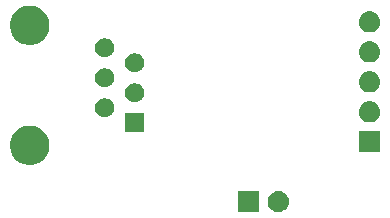
<source format=gbr>
G04 #@! TF.GenerationSoftware,KiCad,Pcbnew,(5.0.1)-3*
G04 #@! TF.CreationDate,2019-09-06T22:13:27-04:00*
G04 #@! TF.ProjectId,jebaoDosingAdapter,6A6562616F446F73696E674164617074,rev?*
G04 #@! TF.SameCoordinates,PX471b200PY51b5f80*
G04 #@! TF.FileFunction,Soldermask,Bot*
G04 #@! TF.FilePolarity,Negative*
%FSLAX46Y46*%
G04 Gerber Fmt 4.6, Leading zero omitted, Abs format (unit mm)*
G04 Created by KiCad (PCBNEW (5.0.1)-3) date 9/6/2019 10:13:27 PM*
%MOMM*%
%LPD*%
G01*
G04 APERTURE LIST*
%ADD10C,0.100000*%
G04 APERTURE END LIST*
D10*
G36*
X22831000Y2689000D02*
X21029000Y2689000D01*
X21029000Y4491000D01*
X22831000Y4491000D01*
X22831000Y2689000D01*
X22831000Y2689000D01*
G37*
G36*
X24580443Y4484481D02*
X24646627Y4477963D01*
X24759853Y4443616D01*
X24816467Y4426443D01*
X24955087Y4352348D01*
X24972991Y4342778D01*
X25008729Y4313448D01*
X25110186Y4230186D01*
X25193448Y4128729D01*
X25222778Y4092991D01*
X25222779Y4092989D01*
X25306443Y3936467D01*
X25306443Y3936466D01*
X25357963Y3766627D01*
X25375359Y3590000D01*
X25357963Y3413373D01*
X25323616Y3300147D01*
X25306443Y3243533D01*
X25232348Y3104913D01*
X25222778Y3087009D01*
X25193448Y3051271D01*
X25110186Y2949814D01*
X25008729Y2866552D01*
X24972991Y2837222D01*
X24972989Y2837221D01*
X24816467Y2753557D01*
X24759853Y2736384D01*
X24646627Y2702037D01*
X24580443Y2695519D01*
X24514260Y2689000D01*
X24425740Y2689000D01*
X24359557Y2695519D01*
X24293373Y2702037D01*
X24180147Y2736384D01*
X24123533Y2753557D01*
X23967011Y2837221D01*
X23967009Y2837222D01*
X23931271Y2866552D01*
X23829814Y2949814D01*
X23746552Y3051271D01*
X23717222Y3087009D01*
X23707652Y3104913D01*
X23633557Y3243533D01*
X23616384Y3300147D01*
X23582037Y3413373D01*
X23564641Y3590000D01*
X23582037Y3766627D01*
X23633557Y3936466D01*
X23633557Y3936467D01*
X23717221Y4092989D01*
X23717222Y4092991D01*
X23746552Y4128729D01*
X23829814Y4230186D01*
X23931271Y4313448D01*
X23967009Y4342778D01*
X23984913Y4352348D01*
X24123533Y4426443D01*
X24180147Y4443616D01*
X24293373Y4477963D01*
X24359557Y4484481D01*
X24425740Y4491000D01*
X24514260Y4491000D01*
X24580443Y4484481D01*
X24580443Y4484481D01*
G37*
G36*
X3908871Y9961592D02*
X4213883Y9835252D01*
X4486538Y9653070D01*
X4488390Y9651832D01*
X4721832Y9418390D01*
X4721834Y9418387D01*
X4905252Y9143883D01*
X5031592Y8838871D01*
X5096000Y8515072D01*
X5096000Y8184928D01*
X5031592Y7861129D01*
X4905252Y7556117D01*
X4723070Y7283462D01*
X4721832Y7281610D01*
X4488390Y7048168D01*
X4488387Y7048166D01*
X4213883Y6864748D01*
X3908871Y6738408D01*
X3585072Y6674000D01*
X3254928Y6674000D01*
X2931129Y6738408D01*
X2626117Y6864748D01*
X2351613Y7048166D01*
X2351610Y7048168D01*
X2118168Y7281610D01*
X2116930Y7283462D01*
X1934748Y7556117D01*
X1808408Y7861129D01*
X1744000Y8184928D01*
X1744000Y8515072D01*
X1808408Y8838871D01*
X1934748Y9143883D01*
X2118166Y9418387D01*
X2118168Y9418390D01*
X2351610Y9651832D01*
X2353462Y9653070D01*
X2626117Y9835252D01*
X2931129Y9961592D01*
X3254928Y10026000D01*
X3585072Y10026000D01*
X3908871Y9961592D01*
X3908871Y9961592D01*
G37*
G36*
X33091000Y7759000D02*
X31289000Y7759000D01*
X31289000Y9561000D01*
X33091000Y9561000D01*
X33091000Y7759000D01*
X33091000Y7759000D01*
G37*
G36*
X13121000Y9449000D02*
X11499000Y9449000D01*
X11499000Y11071000D01*
X13121000Y11071000D01*
X13121000Y9449000D01*
X13121000Y9449000D01*
G37*
G36*
X32300443Y12094481D02*
X32366627Y12087963D01*
X32479853Y12053616D01*
X32536467Y12036443D01*
X32625225Y11989000D01*
X32692991Y11952778D01*
X32728729Y11923448D01*
X32830186Y11840186D01*
X32890608Y11766560D01*
X32942778Y11702991D01*
X32942779Y11702989D01*
X33026443Y11546467D01*
X33026443Y11546466D01*
X33077963Y11376627D01*
X33095359Y11200000D01*
X33077963Y11023373D01*
X33043616Y10910147D01*
X33026443Y10853533D01*
X32971191Y10750166D01*
X32942778Y10697009D01*
X32913448Y10661271D01*
X32830186Y10559814D01*
X32728729Y10476552D01*
X32692991Y10447222D01*
X32692989Y10447221D01*
X32536467Y10363557D01*
X32479853Y10346384D01*
X32366627Y10312037D01*
X32300443Y10305519D01*
X32234260Y10299000D01*
X32145740Y10299000D01*
X32079557Y10305519D01*
X32013373Y10312037D01*
X31900147Y10346384D01*
X31843533Y10363557D01*
X31687011Y10447221D01*
X31687009Y10447222D01*
X31651271Y10476552D01*
X31549814Y10559814D01*
X31466552Y10661271D01*
X31437222Y10697009D01*
X31408809Y10750166D01*
X31353557Y10853533D01*
X31336384Y10910147D01*
X31302037Y11023373D01*
X31284641Y11200000D01*
X31302037Y11376627D01*
X31353557Y11546466D01*
X31353557Y11546467D01*
X31437221Y11702989D01*
X31437222Y11702991D01*
X31489392Y11766560D01*
X31549814Y11840186D01*
X31651271Y11923448D01*
X31687009Y11952778D01*
X31754775Y11989000D01*
X31843533Y12036443D01*
X31900147Y12053616D01*
X32013373Y12087963D01*
X32079557Y12094481D01*
X32145740Y12101000D01*
X32234260Y12101000D01*
X32300443Y12094481D01*
X32300443Y12094481D01*
G37*
G36*
X10006560Y12309834D02*
X10154153Y12248699D01*
X10271848Y12170057D01*
X10286985Y12159943D01*
X10399943Y12046985D01*
X10399945Y12046982D01*
X10438688Y11989000D01*
X10488700Y11914151D01*
X10549834Y11766560D01*
X10581000Y11609878D01*
X10581000Y11450122D01*
X10549834Y11293440D01*
X10488699Y11145847D01*
X10406865Y11023375D01*
X10399943Y11013015D01*
X10286985Y10900057D01*
X10286982Y10900055D01*
X10154153Y10811301D01*
X10154152Y10811300D01*
X10154151Y10811300D01*
X10006560Y10750166D01*
X9849878Y10719000D01*
X9690122Y10719000D01*
X9533440Y10750166D01*
X9385849Y10811300D01*
X9385848Y10811300D01*
X9385847Y10811301D01*
X9253018Y10900055D01*
X9253015Y10900057D01*
X9140057Y11013015D01*
X9133135Y11023375D01*
X9051301Y11145847D01*
X8990166Y11293440D01*
X8959000Y11450122D01*
X8959000Y11609878D01*
X8990166Y11766560D01*
X9051300Y11914151D01*
X9101313Y11989000D01*
X9140055Y12046982D01*
X9140057Y12046985D01*
X9253015Y12159943D01*
X9268152Y12170057D01*
X9385847Y12248699D01*
X9533440Y12309834D01*
X9690122Y12341000D01*
X9849878Y12341000D01*
X10006560Y12309834D01*
X10006560Y12309834D01*
G37*
G36*
X12546560Y13579834D02*
X12694153Y13518699D01*
X12811848Y13440057D01*
X12826985Y13429943D01*
X12939943Y13316985D01*
X12939945Y13316982D01*
X13028699Y13184153D01*
X13089834Y13036560D01*
X13121000Y12879877D01*
X13121000Y12720123D01*
X13089834Y12563440D01*
X13028699Y12415847D01*
X12957863Y12309834D01*
X12939943Y12283015D01*
X12826985Y12170057D01*
X12826982Y12170055D01*
X12694153Y12081301D01*
X12694152Y12081300D01*
X12694151Y12081300D01*
X12546560Y12020166D01*
X12389878Y11989000D01*
X12230122Y11989000D01*
X12073440Y12020166D01*
X11925849Y12081300D01*
X11925848Y12081300D01*
X11925847Y12081301D01*
X11793018Y12170055D01*
X11793015Y12170057D01*
X11680057Y12283015D01*
X11662137Y12309834D01*
X11591301Y12415847D01*
X11530166Y12563440D01*
X11499000Y12720123D01*
X11499000Y12879877D01*
X11530166Y13036560D01*
X11591301Y13184153D01*
X11680055Y13316982D01*
X11680057Y13316985D01*
X11793015Y13429943D01*
X11808152Y13440057D01*
X11925847Y13518699D01*
X12073440Y13579834D01*
X12230122Y13611000D01*
X12389878Y13611000D01*
X12546560Y13579834D01*
X12546560Y13579834D01*
G37*
G36*
X32300443Y14634481D02*
X32366627Y14627963D01*
X32479853Y14593616D01*
X32536467Y14576443D01*
X32625225Y14529000D01*
X32692991Y14492778D01*
X32728729Y14463448D01*
X32830186Y14380186D01*
X32890608Y14306560D01*
X32942778Y14242991D01*
X32942779Y14242989D01*
X33026443Y14086467D01*
X33026443Y14086466D01*
X33077963Y13916627D01*
X33095359Y13740000D01*
X33077963Y13563373D01*
X33064411Y13518699D01*
X33026443Y13393533D01*
X32985525Y13316982D01*
X32942778Y13237009D01*
X32913448Y13201271D01*
X32830186Y13099814D01*
X32728729Y13016552D01*
X32692991Y12987222D01*
X32692989Y12987221D01*
X32536467Y12903557D01*
X32479853Y12886384D01*
X32366627Y12852037D01*
X32300442Y12845518D01*
X32234260Y12839000D01*
X32145740Y12839000D01*
X32079558Y12845518D01*
X32013373Y12852037D01*
X31900147Y12886384D01*
X31843533Y12903557D01*
X31687011Y12987221D01*
X31687009Y12987222D01*
X31651271Y13016552D01*
X31549814Y13099814D01*
X31466552Y13201271D01*
X31437222Y13237009D01*
X31394475Y13316982D01*
X31353557Y13393533D01*
X31315589Y13518699D01*
X31302037Y13563373D01*
X31284641Y13740000D01*
X31302037Y13916627D01*
X31353557Y14086466D01*
X31353557Y14086467D01*
X31437221Y14242989D01*
X31437222Y14242991D01*
X31489392Y14306560D01*
X31549814Y14380186D01*
X31651271Y14463448D01*
X31687009Y14492778D01*
X31754775Y14529000D01*
X31843533Y14576443D01*
X31900147Y14593616D01*
X32013373Y14627963D01*
X32079557Y14634481D01*
X32145740Y14641000D01*
X32234260Y14641000D01*
X32300443Y14634481D01*
X32300443Y14634481D01*
G37*
G36*
X10006560Y14849834D02*
X10154153Y14788699D01*
X10271848Y14710057D01*
X10286985Y14699943D01*
X10399943Y14586985D01*
X10399945Y14586982D01*
X10438688Y14529000D01*
X10488700Y14454151D01*
X10549834Y14306560D01*
X10581000Y14149878D01*
X10581000Y13990122D01*
X10549834Y13833440D01*
X10488699Y13685847D01*
X10417863Y13579834D01*
X10399943Y13553015D01*
X10286985Y13440057D01*
X10286982Y13440055D01*
X10154153Y13351301D01*
X10154152Y13351300D01*
X10154151Y13351300D01*
X10006560Y13290166D01*
X9849878Y13259000D01*
X9690122Y13259000D01*
X9533440Y13290166D01*
X9385849Y13351300D01*
X9385848Y13351300D01*
X9385847Y13351301D01*
X9253018Y13440055D01*
X9253015Y13440057D01*
X9140057Y13553015D01*
X9122137Y13579834D01*
X9051301Y13685847D01*
X8990166Y13833440D01*
X8959000Y13990122D01*
X8959000Y14149878D01*
X8990166Y14306560D01*
X9051300Y14454151D01*
X9101313Y14529000D01*
X9140055Y14586982D01*
X9140057Y14586985D01*
X9253015Y14699943D01*
X9268152Y14710057D01*
X9385847Y14788699D01*
X9533440Y14849834D01*
X9690122Y14881000D01*
X9849878Y14881000D01*
X10006560Y14849834D01*
X10006560Y14849834D01*
G37*
G36*
X12546560Y16119834D02*
X12694153Y16058699D01*
X12811848Y15980057D01*
X12826985Y15969943D01*
X12939943Y15856985D01*
X12939945Y15856982D01*
X13028699Y15724153D01*
X13089834Y15576560D01*
X13121000Y15419877D01*
X13121000Y15260123D01*
X13089834Y15103440D01*
X13028699Y14955847D01*
X12957863Y14849834D01*
X12939943Y14823015D01*
X12826985Y14710057D01*
X12826982Y14710055D01*
X12694153Y14621301D01*
X12694152Y14621300D01*
X12694151Y14621300D01*
X12546560Y14560166D01*
X12389878Y14529000D01*
X12230122Y14529000D01*
X12073440Y14560166D01*
X11925849Y14621300D01*
X11925848Y14621300D01*
X11925847Y14621301D01*
X11793018Y14710055D01*
X11793015Y14710057D01*
X11680057Y14823015D01*
X11662137Y14849834D01*
X11591301Y14955847D01*
X11530166Y15103440D01*
X11499000Y15260123D01*
X11499000Y15419877D01*
X11530166Y15576560D01*
X11591301Y15724153D01*
X11680055Y15856982D01*
X11680057Y15856985D01*
X11793015Y15969943D01*
X11808152Y15980057D01*
X11925847Y16058699D01*
X12073440Y16119834D01*
X12230122Y16151000D01*
X12389878Y16151000D01*
X12546560Y16119834D01*
X12546560Y16119834D01*
G37*
G36*
X32300442Y17174482D02*
X32366627Y17167963D01*
X32479853Y17133616D01*
X32536467Y17116443D01*
X32675087Y17042348D01*
X32692991Y17032778D01*
X32728729Y17003448D01*
X32830186Y16920186D01*
X32890608Y16846560D01*
X32942778Y16782991D01*
X32942779Y16782989D01*
X33026443Y16626467D01*
X33026443Y16626466D01*
X33077963Y16456627D01*
X33095359Y16280000D01*
X33077963Y16103373D01*
X33064411Y16058699D01*
X33026443Y15933533D01*
X32985525Y15856982D01*
X32942778Y15777009D01*
X32913448Y15741271D01*
X32830186Y15639814D01*
X32728729Y15556552D01*
X32692991Y15527222D01*
X32692989Y15527221D01*
X32536467Y15443557D01*
X32479853Y15426384D01*
X32366627Y15392037D01*
X32300443Y15385519D01*
X32234260Y15379000D01*
X32145740Y15379000D01*
X32079557Y15385519D01*
X32013373Y15392037D01*
X31900147Y15426384D01*
X31843533Y15443557D01*
X31687011Y15527221D01*
X31687009Y15527222D01*
X31651271Y15556552D01*
X31549814Y15639814D01*
X31466552Y15741271D01*
X31437222Y15777009D01*
X31394475Y15856982D01*
X31353557Y15933533D01*
X31315589Y16058699D01*
X31302037Y16103373D01*
X31284641Y16280000D01*
X31302037Y16456627D01*
X31353557Y16626466D01*
X31353557Y16626467D01*
X31437221Y16782989D01*
X31437222Y16782991D01*
X31489392Y16846560D01*
X31549814Y16920186D01*
X31651271Y17003448D01*
X31687009Y17032778D01*
X31704913Y17042348D01*
X31843533Y17116443D01*
X31900147Y17133616D01*
X32013373Y17167963D01*
X32079558Y17174482D01*
X32145740Y17181000D01*
X32234260Y17181000D01*
X32300442Y17174482D01*
X32300442Y17174482D01*
G37*
G36*
X10006560Y17389834D02*
X10154153Y17328699D01*
X10285213Y17241127D01*
X10286985Y17239943D01*
X10399943Y17126985D01*
X10488700Y16994151D01*
X10549834Y16846560D01*
X10581000Y16689878D01*
X10581000Y16530122D01*
X10549834Y16373440D01*
X10488699Y16225847D01*
X10417863Y16119834D01*
X10399943Y16093015D01*
X10286985Y15980057D01*
X10286982Y15980055D01*
X10154153Y15891301D01*
X10154152Y15891300D01*
X10154151Y15891300D01*
X10006560Y15830166D01*
X9849878Y15799000D01*
X9690122Y15799000D01*
X9533440Y15830166D01*
X9385849Y15891300D01*
X9385848Y15891300D01*
X9385847Y15891301D01*
X9253018Y15980055D01*
X9253015Y15980057D01*
X9140057Y16093015D01*
X9122137Y16119834D01*
X9051301Y16225847D01*
X8990166Y16373440D01*
X8959000Y16530122D01*
X8959000Y16689878D01*
X8990166Y16846560D01*
X9051300Y16994151D01*
X9140057Y17126985D01*
X9253015Y17239943D01*
X9254787Y17241127D01*
X9385847Y17328699D01*
X9533440Y17389834D01*
X9690122Y17421000D01*
X9849878Y17421000D01*
X10006560Y17389834D01*
X10006560Y17389834D01*
G37*
G36*
X3908871Y20121592D02*
X4213883Y19995252D01*
X4486538Y19813070D01*
X4488390Y19811832D01*
X4721832Y19578390D01*
X4721834Y19578387D01*
X4905252Y19303883D01*
X5031592Y18998871D01*
X5096000Y18675072D01*
X5096000Y18344928D01*
X5031592Y18021129D01*
X4905252Y17716117D01*
X4723070Y17443462D01*
X4721832Y17441610D01*
X4488390Y17208168D01*
X4488387Y17208166D01*
X4213883Y17024748D01*
X3961448Y16920186D01*
X3908871Y16898408D01*
X3585072Y16834000D01*
X3254928Y16834000D01*
X2931129Y16898408D01*
X2878552Y16920186D01*
X2626117Y17024748D01*
X2351613Y17208166D01*
X2351610Y17208168D01*
X2118168Y17441610D01*
X2116930Y17443462D01*
X1934748Y17716117D01*
X1808408Y18021129D01*
X1744000Y18344928D01*
X1744000Y18675072D01*
X1808408Y18998871D01*
X1934748Y19303883D01*
X2118166Y19578387D01*
X2118168Y19578390D01*
X2351610Y19811832D01*
X2353462Y19813070D01*
X2626117Y19995252D01*
X2931129Y20121592D01*
X3254928Y20186000D01*
X3585072Y20186000D01*
X3908871Y20121592D01*
X3908871Y20121592D01*
G37*
G36*
X32300442Y19714482D02*
X32366627Y19707963D01*
X32479853Y19673616D01*
X32536467Y19656443D01*
X32675087Y19582348D01*
X32692991Y19572778D01*
X32728729Y19543448D01*
X32830186Y19460186D01*
X32913448Y19358729D01*
X32942778Y19322991D01*
X32942779Y19322989D01*
X33026443Y19166467D01*
X33026443Y19166466D01*
X33077963Y18996627D01*
X33095359Y18820000D01*
X33077963Y18643373D01*
X33043616Y18530147D01*
X33026443Y18473533D01*
X32957701Y18344928D01*
X32942778Y18317009D01*
X32913448Y18281271D01*
X32830186Y18179814D01*
X32728729Y18096552D01*
X32692991Y18067222D01*
X32692989Y18067221D01*
X32536467Y17983557D01*
X32479853Y17966384D01*
X32366627Y17932037D01*
X32300443Y17925519D01*
X32234260Y17919000D01*
X32145740Y17919000D01*
X32079557Y17925519D01*
X32013373Y17932037D01*
X31900147Y17966384D01*
X31843533Y17983557D01*
X31687011Y18067221D01*
X31687009Y18067222D01*
X31651271Y18096552D01*
X31549814Y18179814D01*
X31466552Y18281271D01*
X31437222Y18317009D01*
X31422299Y18344928D01*
X31353557Y18473533D01*
X31336384Y18530147D01*
X31302037Y18643373D01*
X31284641Y18820000D01*
X31302037Y18996627D01*
X31353557Y19166466D01*
X31353557Y19166467D01*
X31437221Y19322989D01*
X31437222Y19322991D01*
X31466552Y19358729D01*
X31549814Y19460186D01*
X31651271Y19543448D01*
X31687009Y19572778D01*
X31704913Y19582348D01*
X31843533Y19656443D01*
X31900147Y19673616D01*
X32013373Y19707963D01*
X32079558Y19714482D01*
X32145740Y19721000D01*
X32234260Y19721000D01*
X32300442Y19714482D01*
X32300442Y19714482D01*
G37*
M02*

</source>
